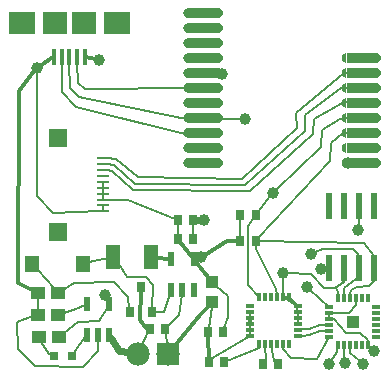
<source format=gtl>
G04 MADE WITH FRITZING*
G04 WWW.FRITZING.ORG*
G04 DOUBLE SIDED*
G04 HOLES PLATED*
G04 CONTOUR ON CENTER OF CONTOUR VECTOR*
%ASAXBY*%
%FSLAX23Y23*%
%MOIN*%
%OFA0B0*%
%SFA1.0B1.0*%
%ADD10C,0.078000*%
%ADD11C,0.039370*%
%ADD12R,0.024000X0.087000*%
%ADD13R,0.078000X0.078000*%
%ADD14R,0.031496X0.011811*%
%ADD15R,0.011811X0.031496*%
%ADD16R,0.027559X0.035433*%
%ADD17R,0.021654X0.047244*%
%ADD18R,0.039370X0.043307*%
%ADD19R,0.031496X0.035433*%
%ADD20R,0.047244X0.078740*%
%ADD21R,0.050000X0.057874*%
%ADD22R,0.047244X0.043307*%
%ADD23R,0.031496X0.031496*%
%ADD24R,0.039370X0.039370*%
%ADD25R,0.015748X0.055118*%
%ADD26R,0.078740X0.074803*%
%ADD27R,0.086614X0.074803*%
%ADD28R,0.039370X0.009843*%
%ADD29R,0.059055X0.059055*%
%ADD30R,0.100000X0.032000*%
%ADD31C,0.008000*%
%ADD32C,0.024000*%
%ADD33C,0.012000*%
%ADD34R,0.001000X0.001000*%
%LNCOPPER1*%
G90*
G70*
G54D10*
X539Y68D03*
X439Y68D03*
G54D11*
X718Y1002D03*
X795Y850D03*
X328Y263D03*
X1139Y704D03*
X309Y1048D03*
X101Y1020D03*
X658Y515D03*
X649Y390D03*
X889Y603D03*
X1017Y401D03*
X1003Y292D03*
X922Y336D03*
X1172Y480D03*
X1048Y351D03*
X1226Y79D03*
X1074Y34D03*
X1128Y36D03*
X1188Y35D03*
G54D12*
X1225Y561D03*
X1175Y561D03*
X1125Y561D03*
X1075Y561D03*
X1075Y355D03*
X1125Y355D03*
X1175Y355D03*
X1225Y355D03*
G54D13*
X539Y68D03*
G54D14*
X813Y228D03*
X813Y208D03*
X813Y189D03*
X813Y169D03*
X813Y149D03*
X813Y129D03*
G54D15*
X843Y100D03*
X862Y100D03*
X882Y100D03*
X902Y100D03*
X921Y100D03*
X941Y100D03*
G54D14*
X971Y129D03*
X971Y149D03*
X971Y169D03*
X971Y189D03*
X971Y208D03*
X971Y228D03*
G54D15*
X941Y257D03*
X921Y257D03*
X902Y257D03*
X882Y257D03*
X862Y257D03*
X843Y257D03*
G54D16*
X571Y515D03*
X622Y515D03*
X571Y450D03*
X622Y450D03*
X855Y33D03*
X906Y33D03*
X727Y40D03*
X675Y40D03*
G54D17*
X549Y281D03*
X586Y281D03*
X624Y281D03*
X624Y383D03*
X549Y383D03*
G54D18*
X686Y307D03*
X686Y240D03*
G54D19*
X411Y207D03*
X485Y207D03*
X448Y290D03*
G54D20*
X356Y391D03*
X482Y391D03*
G54D21*
X86Y369D03*
X255Y369D03*
G54D22*
X173Y199D03*
X106Y199D03*
X174Y125D03*
X108Y125D03*
G54D23*
X218Y62D03*
X159Y62D03*
G54D22*
X172Y271D03*
X105Y271D03*
G54D17*
X269Y131D03*
X306Y131D03*
X343Y131D03*
X343Y233D03*
X269Y233D03*
G54D16*
X478Y152D03*
X529Y152D03*
G54D14*
X1076Y224D03*
X1076Y204D03*
X1076Y184D03*
X1076Y165D03*
X1076Y145D03*
X1076Y125D03*
G54D15*
X1106Y96D03*
X1125Y96D03*
X1145Y96D03*
X1165Y96D03*
X1184Y96D03*
X1204Y96D03*
G54D14*
X1233Y125D03*
X1233Y145D03*
X1233Y165D03*
X1233Y184D03*
X1233Y204D03*
X1233Y224D03*
G54D15*
X1204Y253D03*
X1184Y253D03*
X1165Y253D03*
X1145Y253D03*
X1125Y253D03*
X1106Y253D03*
G54D24*
X1155Y175D03*
G54D16*
X723Y141D03*
X672Y141D03*
X831Y530D03*
X779Y530D03*
G54D25*
X210Y1058D03*
X236Y1058D03*
X261Y1058D03*
X185Y1058D03*
X159Y1058D03*
G54D26*
X259Y1170D03*
X161Y1170D03*
G54D27*
X368Y1170D03*
X53Y1170D03*
G54D28*
X323Y720D03*
X323Y700D03*
X323Y681D03*
X323Y661D03*
X323Y641D03*
X323Y622D03*
X323Y602D03*
X323Y582D03*
X323Y563D03*
X323Y543D03*
G54D29*
X171Y789D03*
X171Y474D03*
G54D30*
X1184Y703D03*
X1184Y753D03*
X1184Y803D03*
X1184Y853D03*
X1184Y903D03*
X1184Y953D03*
X1184Y1003D03*
X1184Y1053D03*
X656Y1203D03*
X656Y1153D03*
X656Y1103D03*
X656Y1053D03*
X656Y1003D03*
X656Y953D03*
X656Y903D03*
X656Y853D03*
X656Y803D03*
X656Y753D03*
X656Y703D03*
G54D16*
X831Y445D03*
X780Y445D03*
G54D31*
X191Y205D02*
X233Y217D01*
D02*
X233Y217D02*
X263Y231D01*
D02*
X97Y27D02*
X40Y83D01*
D02*
X37Y174D02*
X88Y193D01*
D02*
X40Y83D02*
X37Y174D01*
D02*
X306Y113D02*
X305Y76D01*
D02*
X257Y25D02*
X97Y27D01*
D02*
X780Y518D02*
X780Y457D01*
D02*
X423Y614D02*
X811Y610D01*
D02*
X352Y679D02*
X423Y614D01*
D02*
X1022Y800D02*
X1024Y851D01*
D02*
X1024Y851D02*
X1127Y906D01*
D02*
X1127Y906D02*
X1140Y906D01*
D02*
X337Y680D02*
X352Y679D01*
D02*
X811Y610D02*
X1022Y800D01*
D02*
X106Y255D02*
X107Y241D01*
D02*
X107Y241D02*
X106Y215D01*
D02*
X105Y347D02*
X158Y287D01*
D02*
X490Y299D02*
X465Y325D01*
D02*
X465Y325D02*
X402Y325D01*
D02*
X486Y219D02*
X490Y299D01*
D02*
X402Y325D02*
X374Y366D01*
D02*
X275Y373D02*
X338Y387D01*
D02*
X117Y109D02*
X141Y67D01*
D02*
X141Y67D02*
X142Y67D01*
D02*
X440Y656D02*
X784Y652D01*
D02*
X359Y698D02*
X429Y634D01*
D02*
X429Y634D02*
X797Y632D01*
D02*
X797Y632D02*
X997Y811D01*
D02*
X997Y811D02*
X997Y864D01*
D02*
X997Y864D02*
X1117Y953D01*
D02*
X1125Y1004D02*
X1140Y1004D01*
D02*
X335Y700D02*
X359Y698D01*
D02*
X1117Y953D02*
X1140Y953D01*
D02*
X229Y77D02*
X263Y123D01*
D02*
X309Y179D02*
X238Y174D01*
D02*
X338Y225D02*
X309Y179D01*
D02*
X238Y174D02*
X193Y139D01*
D02*
X536Y93D02*
X531Y140D01*
G54D32*
D02*
X409Y73D02*
X376Y77D01*
D02*
X376Y77D02*
X349Y122D01*
G54D31*
D02*
X410Y219D02*
X407Y257D01*
D02*
X227Y305D02*
X190Y282D01*
D02*
X360Y306D02*
X227Y305D01*
D02*
X367Y719D02*
X440Y656D01*
D02*
X784Y652D02*
X968Y822D01*
D02*
X968Y822D02*
X967Y871D01*
D02*
X967Y872D02*
X1125Y1004D01*
D02*
X337Y720D02*
X367Y719D01*
D02*
X524Y208D02*
X496Y207D01*
G54D33*
D02*
X296Y1051D02*
X264Y1058D01*
G54D31*
D02*
X338Y243D02*
X334Y251D01*
D02*
X584Y263D02*
X575Y198D01*
D02*
X575Y198D02*
X538Y160D01*
D02*
X544Y266D02*
X524Y208D01*
G54D33*
D02*
X464Y153D02*
X470Y152D01*
D02*
X645Y196D02*
X555Y87D01*
D02*
X42Y945D02*
X93Y1010D01*
D02*
X40Y305D02*
X42Y945D01*
D02*
X87Y280D02*
X40Y305D01*
D02*
X448Y278D02*
X446Y180D01*
D02*
X446Y180D02*
X464Y153D01*
G54D31*
D02*
X473Y140D02*
X449Y91D01*
G54D33*
D02*
X113Y1028D02*
X157Y1057D01*
D02*
X500Y389D02*
X544Y384D01*
D02*
X673Y323D02*
X629Y377D01*
D02*
X672Y225D02*
X645Y196D01*
G54D31*
D02*
X813Y169D02*
X813Y208D01*
G54D32*
D02*
X1140Y704D02*
X1158Y704D01*
G54D31*
D02*
X970Y228D02*
X922Y257D01*
D02*
X1076Y204D02*
X1076Y185D01*
D02*
X684Y224D02*
X674Y153D01*
D02*
X740Y262D02*
X738Y191D01*
D02*
X738Y191D02*
X727Y153D01*
D02*
X700Y295D02*
X740Y262D01*
D02*
X971Y200D02*
X971Y189D01*
D02*
X971Y208D02*
X971Y200D01*
G54D33*
D02*
X672Y129D02*
X675Y52D01*
G54D31*
D02*
X622Y462D02*
X622Y503D01*
G54D33*
D02*
X579Y440D02*
X619Y390D01*
G54D31*
D02*
X571Y503D02*
X571Y462D01*
G54D32*
D02*
X639Y515D02*
X630Y515D01*
G54D33*
D02*
X813Y188D02*
X813Y169D01*
G54D31*
D02*
X813Y169D02*
X813Y150D01*
D02*
X813Y149D02*
X813Y130D01*
D02*
X971Y169D02*
X971Y188D01*
D02*
X963Y238D02*
X970Y228D01*
D02*
X941Y257D02*
X963Y238D01*
D02*
X968Y222D02*
X971Y228D01*
D02*
X971Y209D02*
X968Y222D01*
G54D33*
D02*
X629Y385D02*
X636Y387D01*
G54D31*
D02*
X101Y595D02*
X157Y539D01*
D02*
X101Y1007D02*
X101Y595D01*
D02*
X157Y539D02*
X308Y543D01*
D02*
X323Y544D02*
X323Y562D01*
D02*
X323Y583D02*
X323Y601D01*
D02*
X404Y581D02*
X337Y582D01*
D02*
X563Y518D02*
X404Y581D01*
G54D32*
D02*
X701Y1002D02*
X699Y1002D01*
G54D31*
D02*
X242Y925D02*
X583Y854D01*
D02*
X211Y955D02*
X242Y925D01*
D02*
X583Y854D02*
X612Y854D01*
D02*
X210Y1036D02*
X211Y955D01*
D02*
X233Y892D02*
X596Y801D01*
D02*
X184Y941D02*
X233Y892D01*
D02*
X596Y801D02*
X612Y802D01*
D02*
X185Y1023D02*
X184Y941D01*
D02*
X185Y1036D02*
X185Y1023D01*
D02*
X239Y970D02*
X261Y950D01*
D02*
X261Y950D02*
X612Y953D01*
D02*
X236Y1036D02*
X239Y970D01*
D02*
X323Y641D02*
X323Y622D01*
D02*
X323Y621D02*
X323Y603D01*
D02*
X782Y850D02*
X701Y852D01*
D02*
X407Y257D02*
X360Y306D01*
D02*
X305Y76D02*
X257Y25D01*
D02*
X922Y257D02*
X941Y257D01*
G54D33*
D02*
X735Y445D02*
X772Y445D01*
D02*
X661Y398D02*
X735Y445D01*
G54D31*
D02*
X863Y95D02*
X867Y46D01*
D02*
X867Y46D02*
X863Y42D01*
D02*
X892Y45D02*
X898Y40D01*
D02*
X882Y98D02*
X892Y45D01*
D02*
X843Y87D02*
X735Y43D01*
D02*
X843Y90D02*
X843Y87D01*
D02*
X1113Y852D02*
X1140Y853D01*
D02*
X899Y613D02*
X1049Y757D01*
D02*
X1049Y757D02*
X1051Y814D01*
D02*
X1051Y814D02*
X1113Y852D01*
D02*
X839Y540D02*
X880Y593D01*
D02*
X1081Y772D02*
X1121Y803D01*
D02*
X1078Y710D02*
X1081Y771D01*
D02*
X1121Y803D02*
X1140Y803D01*
D02*
X840Y453D02*
X1078Y710D01*
D02*
X806Y495D02*
X822Y518D01*
D02*
X842Y258D02*
X806Y297D01*
D02*
X806Y297D02*
X806Y495D01*
D02*
X833Y416D02*
X832Y432D01*
D02*
X901Y263D02*
X900Y284D01*
D02*
X900Y284D02*
X833Y416D01*
D02*
X1146Y268D02*
X1145Y258D01*
D02*
X1209Y295D02*
X1168Y292D01*
D02*
X1224Y317D02*
X1224Y311D01*
D02*
X1148Y280D02*
X1146Y268D01*
D02*
X1168Y292D02*
X1148Y280D01*
D02*
X1126Y287D02*
X1126Y264D01*
D02*
X1174Y331D02*
X1167Y316D01*
D02*
X1175Y355D02*
X1174Y331D01*
D02*
X1191Y439D02*
X1227Y394D01*
D02*
X840Y444D02*
X1191Y439D01*
D02*
X1227Y394D02*
X1227Y393D01*
D02*
X1173Y400D02*
X1173Y393D01*
D02*
X1154Y418D02*
X1173Y400D01*
D02*
X1056Y419D02*
X1154Y418D01*
D02*
X1029Y407D02*
X1056Y419D01*
D02*
X1076Y224D02*
X1013Y282D01*
D02*
X1008Y130D02*
X1047Y144D01*
D02*
X981Y129D02*
X989Y129D01*
D02*
X1046Y165D02*
X1066Y165D01*
D02*
X978Y150D02*
X988Y150D01*
D02*
X921Y84D02*
X948Y54D01*
D02*
X1035Y52D02*
X1076Y125D01*
D02*
X948Y54D02*
X1035Y52D01*
D02*
X921Y94D02*
X921Y84D01*
D02*
X675Y40D02*
X676Y49D01*
D02*
X676Y49D02*
X813Y129D01*
D02*
X1105Y274D02*
X1105Y264D01*
D02*
X1100Y289D02*
X1105Y274D01*
D02*
X1125Y312D02*
X1100Y289D01*
D02*
X1125Y317D02*
X1125Y312D01*
D02*
X1059Y288D02*
X1014Y335D01*
D02*
X1124Y309D02*
X1097Y288D01*
D02*
X1097Y288D02*
X1059Y288D01*
D02*
X1014Y335D02*
X936Y336D01*
D02*
X1124Y317D02*
X1124Y309D01*
D02*
X922Y268D02*
X922Y322D01*
D02*
X1164Y230D02*
X1164Y243D01*
D02*
X1141Y204D02*
X1164Y230D01*
D02*
X1204Y96D02*
X1215Y87D01*
D02*
X1068Y354D02*
X1064Y353D01*
D02*
X1064Y353D02*
X1061Y353D01*
D02*
X1175Y523D02*
X1176Y512D01*
D02*
X1176Y512D02*
X1174Y493D01*
D02*
X1008Y150D02*
X1046Y165D01*
D02*
X989Y129D02*
X1008Y130D01*
D02*
X988Y150D02*
X1008Y150D01*
D02*
X1224Y311D02*
X1209Y295D01*
D02*
X1091Y184D02*
X1082Y184D01*
D02*
X1132Y138D02*
X1091Y184D01*
D02*
X1180Y137D02*
X1132Y138D01*
D02*
X1204Y113D02*
X1180Y137D01*
D02*
X1204Y106D02*
X1204Y113D01*
D02*
X1086Y204D02*
X1141Y204D01*
D02*
X1167Y316D02*
X1126Y287D01*
D02*
X1047Y144D02*
X1069Y145D01*
D02*
X1082Y45D02*
X1103Y75D01*
D02*
X1103Y75D02*
X1105Y93D01*
D02*
X1125Y72D02*
X1125Y86D01*
D02*
X1127Y49D02*
X1125Y72D01*
D02*
X1178Y44D02*
X1146Y72D01*
D02*
X1146Y72D02*
X1145Y90D01*
G54D34*
X601Y1219D02*
X605Y1219D01*
X706Y1219D02*
X710Y1219D01*
X599Y1218D02*
X605Y1218D01*
X706Y1218D02*
X712Y1218D01*
X597Y1217D02*
X605Y1217D01*
X706Y1217D02*
X714Y1217D01*
X596Y1216D02*
X605Y1216D01*
X706Y1216D02*
X715Y1216D01*
X595Y1215D02*
X605Y1215D01*
X706Y1215D02*
X716Y1215D01*
X594Y1214D02*
X605Y1214D01*
X706Y1214D02*
X717Y1214D01*
X593Y1213D02*
X605Y1213D01*
X706Y1213D02*
X718Y1213D01*
X592Y1212D02*
X605Y1212D01*
X706Y1212D02*
X719Y1212D01*
X592Y1211D02*
X605Y1211D01*
X706Y1211D02*
X719Y1211D01*
X591Y1210D02*
X605Y1210D01*
X706Y1210D02*
X720Y1210D01*
X591Y1209D02*
X605Y1209D01*
X706Y1209D02*
X720Y1209D01*
X591Y1208D02*
X605Y1208D01*
X706Y1208D02*
X720Y1208D01*
X590Y1207D02*
X605Y1207D01*
X706Y1207D02*
X720Y1207D01*
X590Y1206D02*
X605Y1206D01*
X706Y1206D02*
X721Y1206D01*
X590Y1205D02*
X605Y1205D01*
X706Y1205D02*
X721Y1205D01*
X590Y1204D02*
X605Y1204D01*
X706Y1204D02*
X721Y1204D01*
X590Y1203D02*
X605Y1203D01*
X706Y1203D02*
X721Y1203D01*
X590Y1202D02*
X605Y1202D01*
X706Y1202D02*
X721Y1202D01*
X590Y1201D02*
X605Y1201D01*
X706Y1201D02*
X721Y1201D01*
X590Y1200D02*
X605Y1200D01*
X706Y1200D02*
X720Y1200D01*
X591Y1199D02*
X605Y1199D01*
X706Y1199D02*
X720Y1199D01*
X591Y1198D02*
X605Y1198D01*
X706Y1198D02*
X720Y1198D01*
X592Y1197D02*
X605Y1197D01*
X706Y1197D02*
X719Y1197D01*
X592Y1196D02*
X605Y1196D01*
X706Y1196D02*
X719Y1196D01*
X593Y1195D02*
X605Y1195D01*
X706Y1195D02*
X718Y1195D01*
X593Y1194D02*
X605Y1194D01*
X706Y1194D02*
X717Y1194D01*
X594Y1193D02*
X605Y1193D01*
X706Y1193D02*
X717Y1193D01*
X595Y1192D02*
X605Y1192D01*
X706Y1192D02*
X715Y1192D01*
X596Y1191D02*
X605Y1191D01*
X706Y1191D02*
X714Y1191D01*
X598Y1190D02*
X605Y1190D01*
X706Y1190D02*
X713Y1190D01*
X600Y1189D02*
X605Y1189D01*
X706Y1189D02*
X711Y1189D01*
X605Y1188D02*
X605Y1188D01*
X706Y1188D02*
X706Y1188D01*
X601Y1169D02*
X605Y1169D01*
X706Y1169D02*
X710Y1169D01*
X599Y1168D02*
X605Y1168D01*
X706Y1168D02*
X712Y1168D01*
X597Y1167D02*
X605Y1167D01*
X706Y1167D02*
X714Y1167D01*
X596Y1166D02*
X605Y1166D01*
X706Y1166D02*
X715Y1166D01*
X594Y1165D02*
X605Y1165D01*
X706Y1165D02*
X716Y1165D01*
X594Y1164D02*
X605Y1164D01*
X706Y1164D02*
X717Y1164D01*
X593Y1163D02*
X605Y1163D01*
X706Y1163D02*
X718Y1163D01*
X592Y1162D02*
X605Y1162D01*
X706Y1162D02*
X719Y1162D01*
X592Y1161D02*
X605Y1161D01*
X706Y1161D02*
X719Y1161D01*
X591Y1160D02*
X605Y1160D01*
X706Y1160D02*
X720Y1160D01*
X591Y1159D02*
X605Y1159D01*
X706Y1159D02*
X720Y1159D01*
X591Y1158D02*
X605Y1158D01*
X706Y1158D02*
X720Y1158D01*
X590Y1157D02*
X605Y1157D01*
X706Y1157D02*
X720Y1157D01*
X590Y1156D02*
X605Y1156D01*
X706Y1156D02*
X721Y1156D01*
X590Y1155D02*
X605Y1155D01*
X706Y1155D02*
X721Y1155D01*
X590Y1154D02*
X605Y1154D01*
X706Y1154D02*
X721Y1154D01*
X590Y1153D02*
X605Y1153D01*
X706Y1153D02*
X721Y1153D01*
X590Y1152D02*
X605Y1152D01*
X706Y1152D02*
X721Y1152D01*
X590Y1151D02*
X605Y1151D01*
X706Y1151D02*
X721Y1151D01*
X590Y1150D02*
X605Y1150D01*
X706Y1150D02*
X720Y1150D01*
X591Y1149D02*
X605Y1149D01*
X706Y1149D02*
X720Y1149D01*
X591Y1148D02*
X605Y1148D01*
X706Y1148D02*
X720Y1148D01*
X592Y1147D02*
X605Y1147D01*
X706Y1147D02*
X719Y1147D01*
X592Y1146D02*
X605Y1146D01*
X706Y1146D02*
X719Y1146D01*
X593Y1145D02*
X605Y1145D01*
X706Y1145D02*
X718Y1145D01*
X593Y1144D02*
X605Y1144D01*
X706Y1144D02*
X717Y1144D01*
X594Y1143D02*
X605Y1143D01*
X706Y1143D02*
X716Y1143D01*
X595Y1142D02*
X605Y1142D01*
X706Y1142D02*
X715Y1142D01*
X597Y1141D02*
X605Y1141D01*
X706Y1141D02*
X714Y1141D01*
X598Y1140D02*
X605Y1140D01*
X706Y1140D02*
X713Y1140D01*
X600Y1139D02*
X605Y1139D01*
X706Y1139D02*
X711Y1139D01*
X605Y1138D02*
X605Y1138D01*
X706Y1138D02*
X706Y1138D01*
X601Y1119D02*
X605Y1119D01*
X706Y1119D02*
X710Y1119D01*
X598Y1118D02*
X605Y1118D01*
X706Y1118D02*
X712Y1118D01*
X597Y1117D02*
X605Y1117D01*
X706Y1117D02*
X714Y1117D01*
X596Y1116D02*
X605Y1116D01*
X706Y1116D02*
X715Y1116D01*
X594Y1115D02*
X605Y1115D01*
X706Y1115D02*
X716Y1115D01*
X594Y1114D02*
X605Y1114D01*
X706Y1114D02*
X717Y1114D01*
X593Y1113D02*
X605Y1113D01*
X706Y1113D02*
X718Y1113D01*
X592Y1112D02*
X605Y1112D01*
X706Y1112D02*
X719Y1112D01*
X592Y1111D02*
X605Y1111D01*
X706Y1111D02*
X719Y1111D01*
X591Y1110D02*
X605Y1110D01*
X706Y1110D02*
X720Y1110D01*
X591Y1109D02*
X605Y1109D01*
X706Y1109D02*
X720Y1109D01*
X591Y1108D02*
X605Y1108D01*
X706Y1108D02*
X720Y1108D01*
X590Y1107D02*
X605Y1107D01*
X706Y1107D02*
X720Y1107D01*
X590Y1106D02*
X605Y1106D01*
X706Y1106D02*
X721Y1106D01*
X590Y1105D02*
X605Y1105D01*
X706Y1105D02*
X721Y1105D01*
X590Y1104D02*
X605Y1104D01*
X706Y1104D02*
X721Y1104D01*
X590Y1103D02*
X605Y1103D01*
X706Y1103D02*
X721Y1103D01*
X590Y1102D02*
X605Y1102D01*
X706Y1102D02*
X721Y1102D01*
X590Y1101D02*
X605Y1101D01*
X706Y1101D02*
X721Y1101D01*
X590Y1100D02*
X605Y1100D01*
X706Y1100D02*
X720Y1100D01*
X591Y1099D02*
X605Y1099D01*
X706Y1099D02*
X720Y1099D01*
X591Y1098D02*
X605Y1098D01*
X706Y1098D02*
X720Y1098D01*
X592Y1097D02*
X605Y1097D01*
X706Y1097D02*
X719Y1097D01*
X592Y1096D02*
X605Y1096D01*
X706Y1096D02*
X719Y1096D01*
X593Y1095D02*
X605Y1095D01*
X706Y1095D02*
X718Y1095D01*
X593Y1094D02*
X605Y1094D01*
X706Y1094D02*
X717Y1094D01*
X594Y1093D02*
X605Y1093D01*
X706Y1093D02*
X716Y1093D01*
X595Y1092D02*
X605Y1092D01*
X706Y1092D02*
X715Y1092D01*
X597Y1091D02*
X605Y1091D01*
X706Y1091D02*
X714Y1091D01*
X598Y1090D02*
X605Y1090D01*
X706Y1090D02*
X713Y1090D01*
X600Y1089D02*
X605Y1089D01*
X706Y1089D02*
X710Y1089D01*
X706Y1088D02*
X706Y1088D01*
X601Y1069D02*
X605Y1069D01*
X706Y1069D02*
X710Y1069D01*
X1128Y1069D02*
X1133Y1069D01*
X1233Y1069D02*
X1238Y1069D01*
X598Y1068D02*
X605Y1068D01*
X706Y1068D02*
X712Y1068D01*
X1126Y1068D02*
X1133Y1068D01*
X1233Y1068D02*
X1240Y1068D01*
X597Y1067D02*
X605Y1067D01*
X706Y1067D02*
X714Y1067D01*
X1124Y1067D02*
X1133Y1067D01*
X1233Y1067D02*
X1242Y1067D01*
X596Y1066D02*
X605Y1066D01*
X706Y1066D02*
X715Y1066D01*
X1123Y1066D02*
X1133Y1066D01*
X1233Y1066D02*
X1243Y1066D01*
X594Y1065D02*
X605Y1065D01*
X706Y1065D02*
X716Y1065D01*
X1122Y1065D02*
X1133Y1065D01*
X1233Y1065D02*
X1244Y1065D01*
X594Y1064D02*
X605Y1064D01*
X706Y1064D02*
X717Y1064D01*
X1121Y1064D02*
X1133Y1064D01*
X1233Y1064D02*
X1245Y1064D01*
X593Y1063D02*
X605Y1063D01*
X706Y1063D02*
X718Y1063D01*
X1120Y1063D02*
X1133Y1063D01*
X1233Y1063D02*
X1246Y1063D01*
X592Y1062D02*
X605Y1062D01*
X706Y1062D02*
X719Y1062D01*
X1120Y1062D02*
X1133Y1062D01*
X1233Y1062D02*
X1246Y1062D01*
X592Y1061D02*
X605Y1061D01*
X706Y1061D02*
X719Y1061D01*
X1119Y1061D02*
X1133Y1061D01*
X1233Y1061D02*
X1247Y1061D01*
X591Y1060D02*
X605Y1060D01*
X706Y1060D02*
X720Y1060D01*
X1119Y1060D02*
X1133Y1060D01*
X1233Y1060D02*
X1247Y1060D01*
X591Y1059D02*
X605Y1059D01*
X706Y1059D02*
X720Y1059D01*
X1118Y1059D02*
X1133Y1059D01*
X1233Y1059D02*
X1248Y1059D01*
X591Y1058D02*
X605Y1058D01*
X706Y1058D02*
X720Y1058D01*
X1118Y1058D02*
X1133Y1058D01*
X1233Y1058D02*
X1248Y1058D01*
X590Y1057D02*
X605Y1057D01*
X706Y1057D02*
X721Y1057D01*
X1118Y1057D02*
X1133Y1057D01*
X1233Y1057D02*
X1248Y1057D01*
X590Y1056D02*
X605Y1056D01*
X706Y1056D02*
X721Y1056D01*
X1118Y1056D02*
X1133Y1056D01*
X1233Y1056D02*
X1248Y1056D01*
X590Y1055D02*
X605Y1055D01*
X706Y1055D02*
X721Y1055D01*
X1118Y1055D02*
X1133Y1055D01*
X1233Y1055D02*
X1248Y1055D01*
X590Y1054D02*
X605Y1054D01*
X706Y1054D02*
X721Y1054D01*
X1118Y1054D02*
X1133Y1054D01*
X1233Y1054D02*
X1248Y1054D01*
X590Y1053D02*
X605Y1053D01*
X706Y1053D02*
X721Y1053D01*
X1118Y1053D02*
X1133Y1053D01*
X1233Y1053D02*
X1248Y1053D01*
X590Y1052D02*
X605Y1052D01*
X706Y1052D02*
X721Y1052D01*
X1118Y1052D02*
X1133Y1052D01*
X1233Y1052D02*
X1248Y1052D01*
X590Y1051D02*
X605Y1051D01*
X706Y1051D02*
X721Y1051D01*
X1118Y1051D02*
X1133Y1051D01*
X1233Y1051D02*
X1248Y1051D01*
X590Y1050D02*
X605Y1050D01*
X706Y1050D02*
X720Y1050D01*
X1118Y1050D02*
X1133Y1050D01*
X1233Y1050D02*
X1248Y1050D01*
X591Y1049D02*
X605Y1049D01*
X706Y1049D02*
X720Y1049D01*
X1118Y1049D02*
X1133Y1049D01*
X1233Y1049D02*
X1248Y1049D01*
X591Y1048D02*
X605Y1048D01*
X706Y1048D02*
X720Y1048D01*
X1119Y1048D02*
X1133Y1048D01*
X1233Y1048D02*
X1247Y1048D01*
X592Y1047D02*
X605Y1047D01*
X706Y1047D02*
X719Y1047D01*
X1119Y1047D02*
X1133Y1047D01*
X1233Y1047D02*
X1247Y1047D01*
X592Y1046D02*
X605Y1046D01*
X706Y1046D02*
X719Y1046D01*
X1120Y1046D02*
X1133Y1046D01*
X1233Y1046D02*
X1246Y1046D01*
X593Y1045D02*
X605Y1045D01*
X706Y1045D02*
X718Y1045D01*
X1120Y1045D02*
X1133Y1045D01*
X1233Y1045D02*
X1246Y1045D01*
X593Y1044D02*
X605Y1044D01*
X706Y1044D02*
X717Y1044D01*
X1121Y1044D02*
X1133Y1044D01*
X1233Y1044D02*
X1245Y1044D01*
X594Y1043D02*
X605Y1043D01*
X706Y1043D02*
X716Y1043D01*
X1122Y1043D02*
X1133Y1043D01*
X1233Y1043D02*
X1244Y1043D01*
X595Y1042D02*
X605Y1042D01*
X706Y1042D02*
X715Y1042D01*
X1123Y1042D02*
X1133Y1042D01*
X1233Y1042D02*
X1243Y1042D01*
X597Y1041D02*
X605Y1041D01*
X706Y1041D02*
X714Y1041D01*
X1124Y1041D02*
X1133Y1041D01*
X1233Y1041D02*
X1242Y1041D01*
X598Y1040D02*
X605Y1040D01*
X706Y1040D02*
X713Y1040D01*
X1126Y1040D02*
X1133Y1040D01*
X1233Y1040D02*
X1240Y1040D01*
X600Y1039D02*
X605Y1039D01*
X706Y1039D02*
X710Y1039D01*
X1128Y1039D02*
X1133Y1039D01*
X1233Y1039D02*
X1238Y1039D01*
X601Y1019D02*
X605Y1019D01*
X706Y1019D02*
X710Y1019D01*
X1128Y1019D02*
X1133Y1019D01*
X1233Y1019D02*
X1238Y1019D01*
X598Y1018D02*
X605Y1018D01*
X706Y1018D02*
X712Y1018D01*
X1126Y1018D02*
X1133Y1018D01*
X1233Y1018D02*
X1240Y1018D01*
X597Y1017D02*
X605Y1017D01*
X706Y1017D02*
X714Y1017D01*
X1124Y1017D02*
X1133Y1017D01*
X1233Y1017D02*
X1242Y1017D01*
X595Y1016D02*
X605Y1016D01*
X706Y1016D02*
X715Y1016D01*
X1123Y1016D02*
X1133Y1016D01*
X1233Y1016D02*
X1243Y1016D01*
X594Y1015D02*
X605Y1015D01*
X706Y1015D02*
X716Y1015D01*
X1122Y1015D02*
X1133Y1015D01*
X1233Y1015D02*
X1244Y1015D01*
X594Y1014D02*
X605Y1014D01*
X706Y1014D02*
X717Y1014D01*
X1121Y1014D02*
X1133Y1014D01*
X1233Y1014D02*
X1245Y1014D01*
X593Y1013D02*
X605Y1013D01*
X706Y1013D02*
X718Y1013D01*
X1120Y1013D02*
X1133Y1013D01*
X1233Y1013D02*
X1246Y1013D01*
X592Y1012D02*
X605Y1012D01*
X706Y1012D02*
X719Y1012D01*
X1120Y1012D02*
X1133Y1012D01*
X1233Y1012D02*
X1246Y1012D01*
X592Y1011D02*
X605Y1011D01*
X706Y1011D02*
X719Y1011D01*
X1119Y1011D02*
X1133Y1011D01*
X1233Y1011D02*
X1247Y1011D01*
X591Y1010D02*
X605Y1010D01*
X706Y1010D02*
X720Y1010D01*
X1119Y1010D02*
X1133Y1010D01*
X1233Y1010D02*
X1247Y1010D01*
X591Y1009D02*
X605Y1009D01*
X706Y1009D02*
X720Y1009D01*
X1118Y1009D02*
X1133Y1009D01*
X1233Y1009D02*
X1248Y1009D01*
X590Y1008D02*
X605Y1008D01*
X706Y1008D02*
X720Y1008D01*
X1118Y1008D02*
X1133Y1008D01*
X1233Y1008D02*
X1248Y1008D01*
X590Y1007D02*
X605Y1007D01*
X706Y1007D02*
X721Y1007D01*
X1118Y1007D02*
X1133Y1007D01*
X1233Y1007D02*
X1248Y1007D01*
X590Y1006D02*
X605Y1006D01*
X706Y1006D02*
X721Y1006D01*
X1118Y1006D02*
X1133Y1006D01*
X1233Y1006D02*
X1248Y1006D01*
X590Y1005D02*
X605Y1005D01*
X706Y1005D02*
X721Y1005D01*
X1118Y1005D02*
X1133Y1005D01*
X1233Y1005D02*
X1248Y1005D01*
X590Y1004D02*
X605Y1004D01*
X706Y1004D02*
X721Y1004D01*
X1118Y1004D02*
X1133Y1004D01*
X1233Y1004D02*
X1248Y1004D01*
X590Y1003D02*
X605Y1003D01*
X706Y1003D02*
X721Y1003D01*
X1118Y1003D02*
X1133Y1003D01*
X1233Y1003D02*
X1248Y1003D01*
X590Y1002D02*
X605Y1002D01*
X706Y1002D02*
X721Y1002D01*
X1118Y1002D02*
X1133Y1002D01*
X1233Y1002D02*
X1248Y1002D01*
X590Y1001D02*
X605Y1001D01*
X706Y1001D02*
X721Y1001D01*
X1118Y1001D02*
X1133Y1001D01*
X1233Y1001D02*
X1248Y1001D01*
X590Y1000D02*
X605Y1000D01*
X706Y1000D02*
X720Y1000D01*
X1118Y1000D02*
X1133Y1000D01*
X1233Y1000D02*
X1248Y1000D01*
X591Y999D02*
X605Y999D01*
X706Y999D02*
X720Y999D01*
X1118Y999D02*
X1133Y999D01*
X1233Y999D02*
X1248Y999D01*
X591Y998D02*
X605Y998D01*
X706Y998D02*
X720Y998D01*
X1119Y998D02*
X1133Y998D01*
X1233Y998D02*
X1247Y998D01*
X592Y997D02*
X605Y997D01*
X706Y997D02*
X719Y997D01*
X1119Y997D02*
X1133Y997D01*
X1233Y997D02*
X1247Y997D01*
X592Y996D02*
X605Y996D01*
X706Y996D02*
X719Y996D01*
X1120Y996D02*
X1133Y996D01*
X1233Y996D02*
X1246Y996D01*
X593Y995D02*
X605Y995D01*
X706Y995D02*
X718Y995D01*
X1120Y995D02*
X1133Y995D01*
X1233Y995D02*
X1246Y995D01*
X594Y994D02*
X605Y994D01*
X706Y994D02*
X717Y994D01*
X1121Y994D02*
X1133Y994D01*
X1233Y994D02*
X1245Y994D01*
X594Y993D02*
X605Y993D01*
X706Y993D02*
X716Y993D01*
X1122Y993D02*
X1133Y993D01*
X1233Y993D02*
X1244Y993D01*
X595Y992D02*
X605Y992D01*
X706Y992D02*
X715Y992D01*
X1123Y992D02*
X1133Y992D01*
X1233Y992D02*
X1243Y992D01*
X597Y991D02*
X605Y991D01*
X706Y991D02*
X714Y991D01*
X1124Y991D02*
X1133Y991D01*
X1233Y991D02*
X1242Y991D01*
X598Y990D02*
X605Y990D01*
X706Y990D02*
X712Y990D01*
X1126Y990D02*
X1133Y990D01*
X1233Y990D02*
X1240Y990D01*
X600Y989D02*
X605Y989D01*
X706Y989D02*
X710Y989D01*
X1128Y989D02*
X1133Y989D01*
X1233Y989D02*
X1238Y989D01*
X600Y969D02*
X605Y969D01*
X706Y969D02*
X710Y969D01*
X1128Y969D02*
X1133Y969D01*
X1233Y969D02*
X1238Y969D01*
X598Y968D02*
X605Y968D01*
X706Y968D02*
X712Y968D01*
X1126Y968D02*
X1133Y968D01*
X1233Y968D02*
X1240Y968D01*
X597Y967D02*
X605Y967D01*
X706Y967D02*
X714Y967D01*
X1124Y967D02*
X1133Y967D01*
X1233Y967D02*
X1242Y967D01*
X595Y966D02*
X605Y966D01*
X706Y966D02*
X715Y966D01*
X1123Y966D02*
X1133Y966D01*
X1233Y966D02*
X1243Y966D01*
X594Y965D02*
X605Y965D01*
X706Y965D02*
X716Y965D01*
X1122Y965D02*
X1133Y965D01*
X1233Y965D02*
X1244Y965D01*
X594Y964D02*
X605Y964D01*
X706Y964D02*
X717Y964D01*
X1121Y964D02*
X1133Y964D01*
X1233Y964D02*
X1245Y964D01*
X593Y963D02*
X605Y963D01*
X706Y963D02*
X718Y963D01*
X1120Y963D02*
X1133Y963D01*
X1233Y963D02*
X1246Y963D01*
X592Y962D02*
X605Y962D01*
X706Y962D02*
X719Y962D01*
X1120Y962D02*
X1133Y962D01*
X1233Y962D02*
X1246Y962D01*
X592Y961D02*
X605Y961D01*
X706Y961D02*
X719Y961D01*
X1119Y961D02*
X1133Y961D01*
X1233Y961D02*
X1247Y961D01*
X591Y960D02*
X605Y960D01*
X706Y960D02*
X720Y960D01*
X1119Y960D02*
X1133Y960D01*
X1233Y960D02*
X1247Y960D01*
X591Y959D02*
X605Y959D01*
X706Y959D02*
X720Y959D01*
X1118Y959D02*
X1133Y959D01*
X1233Y959D02*
X1248Y959D01*
X590Y958D02*
X605Y958D01*
X706Y958D02*
X720Y958D01*
X1118Y958D02*
X1133Y958D01*
X1233Y958D02*
X1248Y958D01*
X590Y957D02*
X605Y957D01*
X706Y957D02*
X721Y957D01*
X1118Y957D02*
X1133Y957D01*
X1233Y957D02*
X1248Y957D01*
X590Y956D02*
X605Y956D01*
X706Y956D02*
X721Y956D01*
X1118Y956D02*
X1133Y956D01*
X1233Y956D02*
X1248Y956D01*
X590Y955D02*
X605Y955D01*
X706Y955D02*
X721Y955D01*
X1118Y955D02*
X1133Y955D01*
X1233Y955D02*
X1248Y955D01*
X590Y954D02*
X605Y954D01*
X706Y954D02*
X721Y954D01*
X1118Y954D02*
X1133Y954D01*
X1233Y954D02*
X1248Y954D01*
X590Y953D02*
X605Y953D01*
X706Y953D02*
X721Y953D01*
X1118Y953D02*
X1133Y953D01*
X1233Y953D02*
X1248Y953D01*
X590Y952D02*
X605Y952D01*
X706Y952D02*
X721Y952D01*
X1118Y952D02*
X1133Y952D01*
X1233Y952D02*
X1248Y952D01*
X590Y951D02*
X605Y951D01*
X706Y951D02*
X721Y951D01*
X1118Y951D02*
X1133Y951D01*
X1233Y951D02*
X1248Y951D01*
X590Y950D02*
X605Y950D01*
X706Y950D02*
X720Y950D01*
X1118Y950D02*
X1133Y950D01*
X1233Y950D02*
X1248Y950D01*
X591Y949D02*
X605Y949D01*
X706Y949D02*
X720Y949D01*
X1118Y949D02*
X1133Y949D01*
X1233Y949D02*
X1248Y949D01*
X591Y948D02*
X605Y948D01*
X706Y948D02*
X720Y948D01*
X1119Y948D02*
X1133Y948D01*
X1233Y948D02*
X1247Y948D01*
X592Y947D02*
X605Y947D01*
X706Y947D02*
X719Y947D01*
X1119Y947D02*
X1133Y947D01*
X1233Y947D02*
X1247Y947D01*
X592Y946D02*
X605Y946D01*
X706Y946D02*
X719Y946D01*
X1120Y946D02*
X1133Y946D01*
X1233Y946D02*
X1246Y946D01*
X593Y945D02*
X605Y945D01*
X706Y945D02*
X718Y945D01*
X1120Y945D02*
X1133Y945D01*
X1233Y945D02*
X1246Y945D01*
X594Y944D02*
X605Y944D01*
X706Y944D02*
X717Y944D01*
X1121Y944D02*
X1133Y944D01*
X1233Y944D02*
X1245Y944D01*
X594Y943D02*
X605Y943D01*
X706Y943D02*
X716Y943D01*
X1122Y943D02*
X1133Y943D01*
X1233Y943D02*
X1244Y943D01*
X595Y942D02*
X605Y942D01*
X706Y942D02*
X715Y942D01*
X1123Y942D02*
X1133Y942D01*
X1233Y942D02*
X1243Y942D01*
X597Y941D02*
X605Y941D01*
X706Y941D02*
X714Y941D01*
X1124Y941D02*
X1133Y941D01*
X1233Y941D02*
X1242Y941D01*
X598Y940D02*
X605Y940D01*
X706Y940D02*
X712Y940D01*
X1126Y940D02*
X1133Y940D01*
X1233Y940D02*
X1240Y940D01*
X601Y939D02*
X605Y939D01*
X706Y939D02*
X710Y939D01*
X1128Y939D02*
X1133Y939D01*
X1233Y939D02*
X1238Y939D01*
X600Y919D02*
X605Y919D01*
X706Y919D02*
X710Y919D01*
X1128Y919D02*
X1133Y919D01*
X1233Y919D02*
X1238Y919D01*
X598Y918D02*
X605Y918D01*
X706Y918D02*
X713Y918D01*
X1126Y918D02*
X1133Y918D01*
X1233Y918D02*
X1240Y918D01*
X597Y917D02*
X605Y917D01*
X706Y917D02*
X714Y917D01*
X1124Y917D02*
X1133Y917D01*
X1233Y917D02*
X1242Y917D01*
X595Y916D02*
X605Y916D01*
X706Y916D02*
X715Y916D01*
X1123Y916D02*
X1133Y916D01*
X1233Y916D02*
X1243Y916D01*
X594Y915D02*
X605Y915D01*
X706Y915D02*
X716Y915D01*
X1122Y915D02*
X1133Y915D01*
X1233Y915D02*
X1244Y915D01*
X593Y914D02*
X605Y914D01*
X706Y914D02*
X717Y914D01*
X1121Y914D02*
X1133Y914D01*
X1233Y914D02*
X1245Y914D01*
X593Y913D02*
X605Y913D01*
X706Y913D02*
X718Y913D01*
X1120Y913D02*
X1133Y913D01*
X1233Y913D02*
X1246Y913D01*
X592Y912D02*
X605Y912D01*
X706Y912D02*
X719Y912D01*
X1120Y912D02*
X1133Y912D01*
X1233Y912D02*
X1246Y912D01*
X592Y911D02*
X605Y911D01*
X706Y911D02*
X719Y911D01*
X1119Y911D02*
X1133Y911D01*
X1233Y911D02*
X1247Y911D01*
X591Y910D02*
X605Y910D01*
X706Y910D02*
X720Y910D01*
X1119Y910D02*
X1133Y910D01*
X1233Y910D02*
X1247Y910D01*
X591Y909D02*
X605Y909D01*
X706Y909D02*
X720Y909D01*
X1118Y909D02*
X1133Y909D01*
X1233Y909D02*
X1248Y909D01*
X590Y908D02*
X605Y908D01*
X706Y908D02*
X720Y908D01*
X1118Y908D02*
X1133Y908D01*
X1233Y908D02*
X1248Y908D01*
X590Y907D02*
X605Y907D01*
X706Y907D02*
X721Y907D01*
X1118Y907D02*
X1133Y907D01*
X1233Y907D02*
X1248Y907D01*
X590Y906D02*
X605Y906D01*
X706Y906D02*
X721Y906D01*
X1118Y906D02*
X1133Y906D01*
X1233Y906D02*
X1248Y906D01*
X590Y905D02*
X605Y905D01*
X706Y905D02*
X721Y905D01*
X1118Y905D02*
X1133Y905D01*
X1233Y905D02*
X1248Y905D01*
X590Y904D02*
X605Y904D01*
X706Y904D02*
X721Y904D01*
X1118Y904D02*
X1133Y904D01*
X1233Y904D02*
X1248Y904D01*
X590Y903D02*
X605Y903D01*
X706Y903D02*
X721Y903D01*
X1118Y903D02*
X1133Y903D01*
X1233Y903D02*
X1248Y903D01*
X590Y902D02*
X605Y902D01*
X706Y902D02*
X721Y902D01*
X1118Y902D02*
X1133Y902D01*
X1233Y902D02*
X1248Y902D01*
X590Y901D02*
X605Y901D01*
X706Y901D02*
X721Y901D01*
X1118Y901D02*
X1133Y901D01*
X1233Y901D02*
X1248Y901D01*
X591Y900D02*
X605Y900D01*
X706Y900D02*
X720Y900D01*
X1118Y900D02*
X1133Y900D01*
X1233Y900D02*
X1248Y900D01*
X591Y899D02*
X605Y899D01*
X706Y899D02*
X720Y899D01*
X1118Y899D02*
X1133Y899D01*
X1233Y899D02*
X1248Y899D01*
X591Y898D02*
X605Y898D01*
X706Y898D02*
X720Y898D01*
X1119Y898D02*
X1133Y898D01*
X1233Y898D02*
X1247Y898D01*
X592Y897D02*
X605Y897D01*
X706Y897D02*
X719Y897D01*
X1119Y897D02*
X1133Y897D01*
X1233Y897D02*
X1247Y897D01*
X592Y896D02*
X605Y896D01*
X706Y896D02*
X719Y896D01*
X1120Y896D02*
X1133Y896D01*
X1233Y896D02*
X1246Y896D01*
X593Y895D02*
X605Y895D01*
X706Y895D02*
X718Y895D01*
X1120Y895D02*
X1133Y895D01*
X1233Y895D02*
X1246Y895D01*
X594Y894D02*
X605Y894D01*
X706Y894D02*
X717Y894D01*
X1121Y894D02*
X1133Y894D01*
X1233Y894D02*
X1245Y894D01*
X594Y893D02*
X605Y893D01*
X706Y893D02*
X716Y893D01*
X1122Y893D02*
X1133Y893D01*
X1233Y893D02*
X1244Y893D01*
X595Y892D02*
X605Y892D01*
X706Y892D02*
X715Y892D01*
X1123Y892D02*
X1133Y892D01*
X1233Y892D02*
X1243Y892D01*
X597Y891D02*
X605Y891D01*
X706Y891D02*
X714Y891D01*
X1124Y891D02*
X1133Y891D01*
X1233Y891D02*
X1242Y891D01*
X598Y890D02*
X605Y890D01*
X706Y890D02*
X712Y890D01*
X1126Y890D02*
X1133Y890D01*
X1233Y890D02*
X1240Y890D01*
X601Y889D02*
X605Y889D01*
X706Y889D02*
X710Y889D01*
X1128Y889D02*
X1133Y889D01*
X1233Y889D02*
X1238Y889D01*
X706Y870D02*
X706Y870D01*
X600Y869D02*
X605Y869D01*
X706Y869D02*
X710Y869D01*
X1128Y869D02*
X1133Y869D01*
X1233Y869D02*
X1238Y869D01*
X598Y868D02*
X605Y868D01*
X706Y868D02*
X713Y868D01*
X1126Y868D02*
X1133Y868D01*
X1233Y868D02*
X1240Y868D01*
X597Y867D02*
X605Y867D01*
X706Y867D02*
X714Y867D01*
X1124Y867D02*
X1133Y867D01*
X1233Y867D02*
X1242Y867D01*
X595Y866D02*
X605Y866D01*
X706Y866D02*
X715Y866D01*
X1123Y866D02*
X1133Y866D01*
X1233Y866D02*
X1243Y866D01*
X594Y865D02*
X605Y865D01*
X706Y865D02*
X716Y865D01*
X1122Y865D02*
X1133Y865D01*
X1233Y865D02*
X1244Y865D01*
X593Y864D02*
X605Y864D01*
X706Y864D02*
X717Y864D01*
X1121Y864D02*
X1133Y864D01*
X1233Y864D02*
X1245Y864D01*
X593Y863D02*
X605Y863D01*
X706Y863D02*
X718Y863D01*
X1120Y863D02*
X1133Y863D01*
X1233Y863D02*
X1246Y863D01*
X592Y862D02*
X605Y862D01*
X706Y862D02*
X719Y862D01*
X1120Y862D02*
X1133Y862D01*
X1233Y862D02*
X1246Y862D01*
X592Y861D02*
X605Y861D01*
X706Y861D02*
X719Y861D01*
X1119Y861D02*
X1133Y861D01*
X1233Y861D02*
X1247Y861D01*
X591Y860D02*
X605Y860D01*
X706Y860D02*
X720Y860D01*
X1119Y860D02*
X1133Y860D01*
X1233Y860D02*
X1247Y860D01*
X591Y859D02*
X605Y859D01*
X706Y859D02*
X720Y859D01*
X1118Y859D02*
X1133Y859D01*
X1233Y859D02*
X1248Y859D01*
X590Y858D02*
X605Y858D01*
X706Y858D02*
X720Y858D01*
X1118Y858D02*
X1133Y858D01*
X1233Y858D02*
X1248Y858D01*
X590Y857D02*
X605Y857D01*
X706Y857D02*
X721Y857D01*
X1118Y857D02*
X1133Y857D01*
X1233Y857D02*
X1248Y857D01*
X590Y856D02*
X605Y856D01*
X706Y856D02*
X721Y856D01*
X1118Y856D02*
X1133Y856D01*
X1233Y856D02*
X1248Y856D01*
X590Y855D02*
X605Y855D01*
X706Y855D02*
X721Y855D01*
X1118Y855D02*
X1133Y855D01*
X1233Y855D02*
X1248Y855D01*
X590Y854D02*
X605Y854D01*
X706Y854D02*
X721Y854D01*
X1118Y854D02*
X1133Y854D01*
X1233Y854D02*
X1248Y854D01*
X590Y853D02*
X605Y853D01*
X706Y853D02*
X721Y853D01*
X1118Y853D02*
X1133Y853D01*
X1233Y853D02*
X1248Y853D01*
X590Y852D02*
X605Y852D01*
X706Y852D02*
X721Y852D01*
X1118Y852D02*
X1133Y852D01*
X1233Y852D02*
X1248Y852D01*
X590Y851D02*
X605Y851D01*
X706Y851D02*
X720Y851D01*
X1118Y851D02*
X1133Y851D01*
X1233Y851D02*
X1248Y851D01*
X591Y850D02*
X605Y850D01*
X706Y850D02*
X720Y850D01*
X1118Y850D02*
X1133Y850D01*
X1233Y850D02*
X1248Y850D01*
X591Y849D02*
X605Y849D01*
X706Y849D02*
X720Y849D01*
X1118Y849D02*
X1133Y849D01*
X1233Y849D02*
X1248Y849D01*
X591Y848D02*
X605Y848D01*
X706Y848D02*
X720Y848D01*
X1119Y848D02*
X1133Y848D01*
X1233Y848D02*
X1247Y848D01*
X592Y847D02*
X605Y847D01*
X706Y847D02*
X719Y847D01*
X1119Y847D02*
X1133Y847D01*
X1233Y847D02*
X1247Y847D01*
X592Y846D02*
X605Y846D01*
X706Y846D02*
X719Y846D01*
X1120Y846D02*
X1133Y846D01*
X1233Y846D02*
X1246Y846D01*
X593Y845D02*
X605Y845D01*
X706Y845D02*
X718Y845D01*
X1120Y845D02*
X1133Y845D01*
X1233Y845D02*
X1246Y845D01*
X594Y844D02*
X605Y844D01*
X706Y844D02*
X717Y844D01*
X1121Y844D02*
X1133Y844D01*
X1233Y844D02*
X1245Y844D01*
X594Y843D02*
X605Y843D01*
X706Y843D02*
X716Y843D01*
X1122Y843D02*
X1133Y843D01*
X1233Y843D02*
X1244Y843D01*
X596Y842D02*
X605Y842D01*
X706Y842D02*
X715Y842D01*
X1123Y842D02*
X1133Y842D01*
X1233Y842D02*
X1243Y842D01*
X597Y841D02*
X605Y841D01*
X706Y841D02*
X714Y841D01*
X1124Y841D02*
X1133Y841D01*
X1233Y841D02*
X1242Y841D01*
X598Y840D02*
X605Y840D01*
X706Y840D02*
X712Y840D01*
X1126Y840D02*
X1133Y840D01*
X1233Y840D02*
X1240Y840D01*
X601Y839D02*
X605Y839D01*
X706Y839D02*
X710Y839D01*
X1128Y839D02*
X1133Y839D01*
X1233Y839D02*
X1238Y839D01*
X605Y820D02*
X605Y820D01*
X706Y820D02*
X706Y820D01*
X1132Y820D02*
X1132Y820D01*
X1234Y820D02*
X1234Y820D01*
X600Y819D02*
X605Y819D01*
X706Y819D02*
X711Y819D01*
X1128Y819D02*
X1133Y819D01*
X1233Y819D02*
X1238Y819D01*
X598Y818D02*
X605Y818D01*
X706Y818D02*
X713Y818D01*
X1126Y818D02*
X1133Y818D01*
X1233Y818D02*
X1240Y818D01*
X597Y817D02*
X605Y817D01*
X706Y817D02*
X714Y817D01*
X1124Y817D02*
X1133Y817D01*
X1233Y817D02*
X1242Y817D01*
X595Y816D02*
X605Y816D01*
X706Y816D02*
X715Y816D01*
X1123Y816D02*
X1133Y816D01*
X1233Y816D02*
X1243Y816D01*
X594Y815D02*
X605Y815D01*
X706Y815D02*
X716Y815D01*
X1122Y815D02*
X1133Y815D01*
X1233Y815D02*
X1244Y815D01*
X593Y814D02*
X605Y814D01*
X706Y814D02*
X717Y814D01*
X1121Y814D02*
X1133Y814D01*
X1233Y814D02*
X1245Y814D01*
X593Y813D02*
X605Y813D01*
X706Y813D02*
X718Y813D01*
X1120Y813D02*
X1133Y813D01*
X1233Y813D02*
X1246Y813D01*
X592Y812D02*
X605Y812D01*
X706Y812D02*
X719Y812D01*
X1120Y812D02*
X1133Y812D01*
X1233Y812D02*
X1246Y812D01*
X592Y811D02*
X605Y811D01*
X706Y811D02*
X719Y811D01*
X1119Y811D02*
X1133Y811D01*
X1233Y811D02*
X1247Y811D01*
X591Y810D02*
X605Y810D01*
X706Y810D02*
X720Y810D01*
X1119Y810D02*
X1133Y810D01*
X1233Y810D02*
X1247Y810D01*
X591Y809D02*
X605Y809D01*
X706Y809D02*
X720Y809D01*
X1118Y809D02*
X1133Y809D01*
X1233Y809D02*
X1248Y809D01*
X590Y808D02*
X605Y808D01*
X706Y808D02*
X720Y808D01*
X1118Y808D02*
X1133Y808D01*
X1233Y808D02*
X1248Y808D01*
X590Y807D02*
X605Y807D01*
X706Y807D02*
X721Y807D01*
X1118Y807D02*
X1133Y807D01*
X1233Y807D02*
X1248Y807D01*
X590Y806D02*
X605Y806D01*
X706Y806D02*
X721Y806D01*
X1118Y806D02*
X1133Y806D01*
X1233Y806D02*
X1248Y806D01*
X590Y805D02*
X605Y805D01*
X706Y805D02*
X721Y805D01*
X1118Y805D02*
X1133Y805D01*
X1233Y805D02*
X1248Y805D01*
X590Y804D02*
X605Y804D01*
X706Y804D02*
X721Y804D01*
X1118Y804D02*
X1133Y804D01*
X1233Y804D02*
X1248Y804D01*
X590Y803D02*
X605Y803D01*
X706Y803D02*
X721Y803D01*
X1118Y803D02*
X1133Y803D01*
X1233Y803D02*
X1248Y803D01*
X590Y802D02*
X605Y802D01*
X706Y802D02*
X721Y802D01*
X1118Y802D02*
X1133Y802D01*
X1233Y802D02*
X1248Y802D01*
X590Y801D02*
X605Y801D01*
X706Y801D02*
X720Y801D01*
X1118Y801D02*
X1133Y801D01*
X1233Y801D02*
X1248Y801D01*
X591Y800D02*
X605Y800D01*
X706Y800D02*
X720Y800D01*
X1118Y800D02*
X1133Y800D01*
X1233Y800D02*
X1248Y800D01*
X591Y799D02*
X605Y799D01*
X706Y799D02*
X720Y799D01*
X1118Y799D02*
X1133Y799D01*
X1233Y799D02*
X1248Y799D01*
X591Y798D02*
X605Y798D01*
X706Y798D02*
X720Y798D01*
X1119Y798D02*
X1133Y798D01*
X1233Y798D02*
X1247Y798D01*
X592Y797D02*
X605Y797D01*
X706Y797D02*
X719Y797D01*
X1119Y797D02*
X1133Y797D01*
X1233Y797D02*
X1247Y797D01*
X592Y796D02*
X605Y796D01*
X706Y796D02*
X719Y796D01*
X1120Y796D02*
X1133Y796D01*
X1233Y796D02*
X1246Y796D01*
X593Y795D02*
X605Y795D01*
X706Y795D02*
X718Y795D01*
X1120Y795D02*
X1133Y795D01*
X1233Y795D02*
X1246Y795D01*
X594Y794D02*
X605Y794D01*
X706Y794D02*
X717Y794D01*
X1121Y794D02*
X1133Y794D01*
X1233Y794D02*
X1245Y794D01*
X594Y793D02*
X605Y793D01*
X706Y793D02*
X716Y793D01*
X1122Y793D02*
X1133Y793D01*
X1233Y793D02*
X1244Y793D01*
X596Y792D02*
X605Y792D01*
X706Y792D02*
X715Y792D01*
X1123Y792D02*
X1133Y792D01*
X1233Y792D02*
X1243Y792D01*
X597Y791D02*
X605Y791D01*
X706Y791D02*
X714Y791D01*
X1124Y791D02*
X1133Y791D01*
X1233Y791D02*
X1242Y791D01*
X599Y790D02*
X605Y790D01*
X706Y790D02*
X712Y790D01*
X1126Y790D02*
X1133Y790D01*
X1233Y790D02*
X1240Y790D01*
X601Y789D02*
X605Y789D01*
X706Y789D02*
X710Y789D01*
X1129Y789D02*
X1133Y789D01*
X1233Y789D02*
X1237Y789D01*
X604Y770D02*
X605Y770D01*
X706Y770D02*
X706Y770D01*
X1132Y770D02*
X1132Y770D01*
X1234Y770D02*
X1234Y770D01*
X600Y769D02*
X605Y769D01*
X706Y769D02*
X711Y769D01*
X1128Y769D02*
X1133Y769D01*
X1233Y769D02*
X1238Y769D01*
X598Y768D02*
X605Y768D01*
X706Y768D02*
X713Y768D01*
X1126Y768D02*
X1133Y768D01*
X1233Y768D02*
X1240Y768D01*
X596Y767D02*
X605Y767D01*
X706Y767D02*
X714Y767D01*
X1124Y767D02*
X1133Y767D01*
X1233Y767D02*
X1242Y767D01*
X595Y766D02*
X605Y766D01*
X706Y766D02*
X715Y766D01*
X1123Y766D02*
X1133Y766D01*
X1233Y766D02*
X1243Y766D01*
X594Y765D02*
X605Y765D01*
X706Y765D02*
X717Y765D01*
X1122Y765D02*
X1133Y765D01*
X1233Y765D02*
X1244Y765D01*
X593Y764D02*
X605Y764D01*
X706Y764D02*
X717Y764D01*
X1121Y764D02*
X1133Y764D01*
X1233Y764D02*
X1245Y764D01*
X593Y763D02*
X605Y763D01*
X706Y763D02*
X718Y763D01*
X1120Y763D02*
X1133Y763D01*
X1233Y763D02*
X1246Y763D01*
X592Y762D02*
X605Y762D01*
X706Y762D02*
X719Y762D01*
X1120Y762D02*
X1133Y762D01*
X1233Y762D02*
X1246Y762D01*
X592Y761D02*
X605Y761D01*
X706Y761D02*
X719Y761D01*
X1119Y761D02*
X1133Y761D01*
X1233Y761D02*
X1247Y761D01*
X591Y760D02*
X605Y760D01*
X706Y760D02*
X720Y760D01*
X1119Y760D02*
X1133Y760D01*
X1233Y760D02*
X1247Y760D01*
X591Y759D02*
X605Y759D01*
X706Y759D02*
X720Y759D01*
X1118Y759D02*
X1133Y759D01*
X1233Y759D02*
X1248Y759D01*
X590Y758D02*
X605Y758D01*
X706Y758D02*
X720Y758D01*
X1118Y758D02*
X1133Y758D01*
X1233Y758D02*
X1248Y758D01*
X590Y757D02*
X605Y757D01*
X706Y757D02*
X721Y757D01*
X1118Y757D02*
X1133Y757D01*
X1233Y757D02*
X1248Y757D01*
X590Y756D02*
X605Y756D01*
X706Y756D02*
X721Y756D01*
X1118Y756D02*
X1133Y756D01*
X1233Y756D02*
X1248Y756D01*
X590Y755D02*
X605Y755D01*
X706Y755D02*
X721Y755D01*
X1118Y755D02*
X1133Y755D01*
X1233Y755D02*
X1248Y755D01*
X590Y754D02*
X605Y754D01*
X706Y754D02*
X721Y754D01*
X1118Y754D02*
X1133Y754D01*
X1233Y754D02*
X1248Y754D01*
X590Y753D02*
X605Y753D01*
X706Y753D02*
X721Y753D01*
X1118Y753D02*
X1133Y753D01*
X1233Y753D02*
X1248Y753D01*
X590Y752D02*
X605Y752D01*
X706Y752D02*
X721Y752D01*
X1118Y752D02*
X1133Y752D01*
X1233Y752D02*
X1248Y752D01*
X590Y751D02*
X605Y751D01*
X706Y751D02*
X720Y751D01*
X1118Y751D02*
X1133Y751D01*
X1233Y751D02*
X1248Y751D01*
X591Y750D02*
X605Y750D01*
X706Y750D02*
X720Y750D01*
X1118Y750D02*
X1133Y750D01*
X1233Y750D02*
X1248Y750D01*
X591Y749D02*
X605Y749D01*
X706Y749D02*
X720Y749D01*
X1118Y749D02*
X1133Y749D01*
X1233Y749D02*
X1248Y749D01*
X591Y748D02*
X605Y748D01*
X706Y748D02*
X720Y748D01*
X1119Y748D02*
X1133Y748D01*
X1233Y748D02*
X1247Y748D01*
X592Y747D02*
X605Y747D01*
X706Y747D02*
X719Y747D01*
X1119Y747D02*
X1133Y747D01*
X1233Y747D02*
X1247Y747D01*
X592Y746D02*
X605Y746D01*
X706Y746D02*
X719Y746D01*
X1120Y746D02*
X1133Y746D01*
X1233Y746D02*
X1246Y746D01*
X593Y745D02*
X605Y745D01*
X706Y745D02*
X718Y745D01*
X1120Y745D02*
X1133Y745D01*
X1233Y745D02*
X1246Y745D01*
X594Y744D02*
X605Y744D01*
X706Y744D02*
X717Y744D01*
X1121Y744D02*
X1133Y744D01*
X1233Y744D02*
X1245Y744D01*
X595Y743D02*
X605Y743D01*
X706Y743D02*
X716Y743D01*
X1122Y743D02*
X1133Y743D01*
X1233Y743D02*
X1244Y743D01*
X596Y742D02*
X605Y742D01*
X706Y742D02*
X715Y742D01*
X1123Y742D02*
X1133Y742D01*
X1233Y742D02*
X1243Y742D01*
X597Y741D02*
X605Y741D01*
X706Y741D02*
X714Y741D01*
X1125Y741D02*
X1133Y741D01*
X1233Y741D02*
X1242Y741D01*
X599Y740D02*
X605Y740D01*
X706Y740D02*
X712Y740D01*
X1126Y740D02*
X1133Y740D01*
X1233Y740D02*
X1240Y740D01*
X601Y739D02*
X605Y739D01*
X706Y739D02*
X710Y739D01*
X1129Y739D02*
X1133Y739D01*
X1233Y739D02*
X1237Y739D01*
X604Y720D02*
X605Y720D01*
X706Y720D02*
X707Y720D01*
X1132Y720D02*
X1132Y720D01*
X1234Y720D02*
X1234Y720D01*
X600Y719D02*
X605Y719D01*
X706Y719D02*
X711Y719D01*
X1128Y719D02*
X1133Y719D01*
X1233Y719D02*
X1238Y719D01*
X598Y718D02*
X605Y718D01*
X706Y718D02*
X713Y718D01*
X1126Y718D02*
X1133Y718D01*
X1233Y718D02*
X1240Y718D01*
X596Y717D02*
X605Y717D01*
X706Y717D02*
X714Y717D01*
X1124Y717D02*
X1133Y717D01*
X1233Y717D02*
X1242Y717D01*
X595Y716D02*
X605Y716D01*
X706Y716D02*
X716Y716D01*
X1123Y716D02*
X1133Y716D01*
X1233Y716D02*
X1243Y716D01*
X594Y715D02*
X605Y715D01*
X706Y715D02*
X717Y715D01*
X1122Y715D02*
X1133Y715D01*
X1233Y715D02*
X1244Y715D01*
X593Y714D02*
X605Y714D01*
X706Y714D02*
X717Y714D01*
X1121Y714D02*
X1133Y714D01*
X1233Y714D02*
X1245Y714D01*
X593Y713D02*
X605Y713D01*
X706Y713D02*
X718Y713D01*
X1120Y713D02*
X1133Y713D01*
X1233Y713D02*
X1246Y713D01*
X592Y712D02*
X605Y712D01*
X706Y712D02*
X719Y712D01*
X1120Y712D02*
X1133Y712D01*
X1233Y712D02*
X1246Y712D01*
X591Y711D02*
X605Y711D01*
X706Y711D02*
X719Y711D01*
X1119Y711D02*
X1133Y711D01*
X1233Y711D02*
X1247Y711D01*
X591Y710D02*
X605Y710D01*
X706Y710D02*
X720Y710D01*
X1119Y710D02*
X1133Y710D01*
X1233Y710D02*
X1247Y710D01*
X591Y709D02*
X605Y709D01*
X706Y709D02*
X720Y709D01*
X1118Y709D02*
X1133Y709D01*
X1233Y709D02*
X1248Y709D01*
X590Y708D02*
X605Y708D01*
X706Y708D02*
X720Y708D01*
X1118Y708D02*
X1133Y708D01*
X1233Y708D02*
X1248Y708D01*
X590Y707D02*
X605Y707D01*
X706Y707D02*
X721Y707D01*
X1118Y707D02*
X1133Y707D01*
X1233Y707D02*
X1248Y707D01*
X590Y706D02*
X605Y706D01*
X706Y706D02*
X721Y706D01*
X1118Y706D02*
X1133Y706D01*
X1233Y706D02*
X1248Y706D01*
X590Y705D02*
X605Y705D01*
X706Y705D02*
X721Y705D01*
X1118Y705D02*
X1133Y705D01*
X1233Y705D02*
X1248Y705D01*
X590Y704D02*
X605Y704D01*
X706Y704D02*
X721Y704D01*
X1118Y704D02*
X1133Y704D01*
X1233Y704D02*
X1248Y704D01*
X590Y703D02*
X605Y703D01*
X706Y703D02*
X721Y703D01*
X1118Y703D02*
X1133Y703D01*
X1233Y703D02*
X1248Y703D01*
X590Y702D02*
X605Y702D01*
X706Y702D02*
X721Y702D01*
X1118Y702D02*
X1133Y702D01*
X1233Y702D02*
X1248Y702D01*
X590Y701D02*
X605Y701D01*
X706Y701D02*
X720Y701D01*
X1118Y701D02*
X1133Y701D01*
X1233Y701D02*
X1248Y701D01*
X591Y700D02*
X605Y700D01*
X706Y700D02*
X720Y700D01*
X1118Y700D02*
X1133Y700D01*
X1233Y700D02*
X1248Y700D01*
X591Y699D02*
X605Y699D01*
X706Y699D02*
X720Y699D01*
X1118Y699D02*
X1133Y699D01*
X1233Y699D02*
X1248Y699D01*
X591Y698D02*
X605Y698D01*
X706Y698D02*
X720Y698D01*
X1119Y698D02*
X1133Y698D01*
X1233Y698D02*
X1247Y698D01*
X592Y697D02*
X605Y697D01*
X706Y697D02*
X719Y697D01*
X1119Y697D02*
X1133Y697D01*
X1233Y697D02*
X1247Y697D01*
X592Y696D02*
X605Y696D01*
X706Y696D02*
X719Y696D01*
X1120Y696D02*
X1133Y696D01*
X1233Y696D02*
X1246Y696D01*
X593Y695D02*
X605Y695D01*
X706Y695D02*
X718Y695D01*
X1120Y695D02*
X1133Y695D01*
X1233Y695D02*
X1246Y695D01*
X594Y694D02*
X605Y694D01*
X706Y694D02*
X717Y694D01*
X1121Y694D02*
X1133Y694D01*
X1233Y694D02*
X1245Y694D01*
X595Y693D02*
X605Y693D01*
X706Y693D02*
X716Y693D01*
X1122Y693D02*
X1133Y693D01*
X1233Y693D02*
X1244Y693D01*
X596Y692D02*
X605Y692D01*
X706Y692D02*
X715Y692D01*
X1123Y692D02*
X1133Y692D01*
X1233Y692D02*
X1243Y692D01*
X597Y691D02*
X605Y691D01*
X706Y691D02*
X714Y691D01*
X1125Y691D02*
X1133Y691D01*
X1233Y691D02*
X1241Y691D01*
X599Y690D02*
X605Y690D01*
X706Y690D02*
X712Y690D01*
X1126Y690D02*
X1133Y690D01*
X1233Y690D02*
X1240Y690D01*
X601Y689D02*
X605Y689D01*
X706Y689D02*
X710Y689D01*
X1129Y689D02*
X1133Y689D01*
X1233Y689D02*
X1237Y689D01*
D02*
G04 End of Copper1*
M02*
</source>
